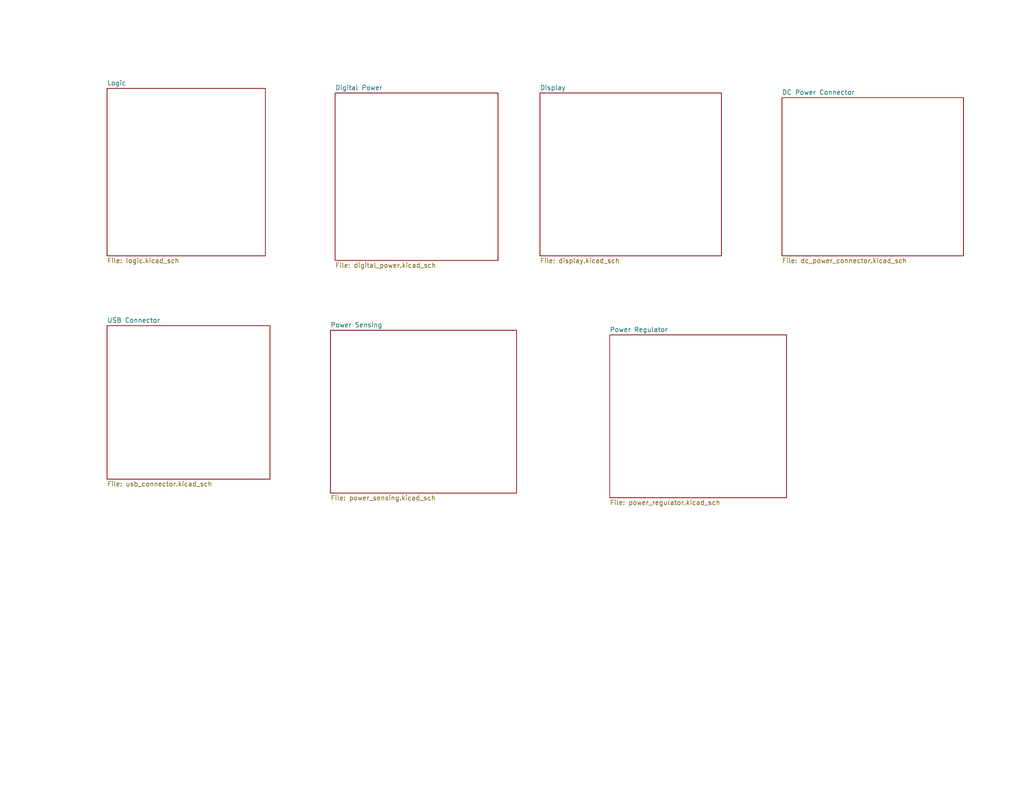
<source format=kicad_sch>
(kicad_sch (version 20230121) (generator eeschema)
  (paper "A")
  (title_block (title "Adjustable Power Supply") (date "2024-01-11") (company "George Jurgiel"))
  (lib_symbols)
  (sheet (at 29.21 88.9) (size 44.45 41.91) (stroke (width 0.1524))
    (property "Sheetname" "USB Connector" (at 29.21 88.1884 0) (effects (justify left bottom)))
    (property "Sheetfile" "usb_connector.kicad_sch" (at 29.21 131.3946 0) (effects (justify left top)))
  )
  (sheet (at 213.36 26.67) (size 49.53 43.18) (stroke (width 0.1524))
    (property "Sheetname" "DC Power Connector" (at 213.36 25.9584 0) (effects (justify left bottom)))
    (property "Sheetfile" "dc_power_connector.kicad_sch" (at 213.36 70.4346 0) (effects (justify left top)))
  )
  (sheet (at 90.17 90.17) (size 50.8 44.45) (stroke (width 0.1524))
    (property "Sheetname" "Power Sensing" (at 90.17 89.4584 0) (effects (justify left bottom)))
    (property "Sheetfile" "power_sensing.kicad_sch" (at 90.17 135.2046 0) (effects (justify left top)))
  )
  (sheet (at 91.44 25.4) (size 44.45 45.72) (stroke (width 0.1524))
    (property "Sheetname" "Digital Power" (at 91.44 24.6884 0) (effects (justify left bottom)))
    (property "Sheetfile" "digital_power.kicad_sch" (at 91.44 71.7046 0) (effects (justify left top)))
  )
  (sheet (at 166.37 91.44) (size 48.26 44.45) (stroke (width 0.1524))
    (property "Sheetname" "Power Regulator" (at 166.37 90.7284 0) (effects (justify left bottom)))
    (property "Sheetfile" "power_regulator.kicad_sch" (at 166.37 136.4746 0) (effects (justify left top)))
  )
  (sheet (at 147.32 25.4) (size 49.53 44.45) (stroke (width 0.1524))
    (property "Sheetname" "Display" (at 147.32 24.6884 0) (effects (justify left bottom)))
    (property "Sheetfile" "display.kicad_sch" (at 147.32 70.4346 0) (effects (justify left top)))
  )
  (sheet (at 29.21 24.13) (size 43.18 45.72) (stroke (width 0.1524))
    (property "Sheetname" "Logic" (at 29.21 23.4184 0) (effects (justify left bottom)))
    (property "Sheetfile" "logic.kicad_sch" (at 29.21 70.4346 0) (effects (justify left top)))
  )
)
</source>
